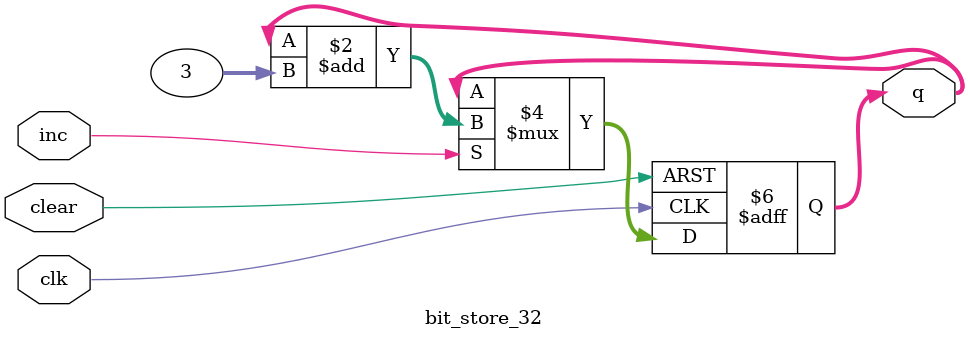
<source format=v>
module bit_store_32 (input clk, input clear, input inc, output reg[31:0] q);
 
  always @ (negedge clk, posedge clear) begin
    if (clear) 
    begin 
      q = 0;
    end

    else if(inc) 
    begin 
      q = q+3;
    end
  end
endmodule
</source>
